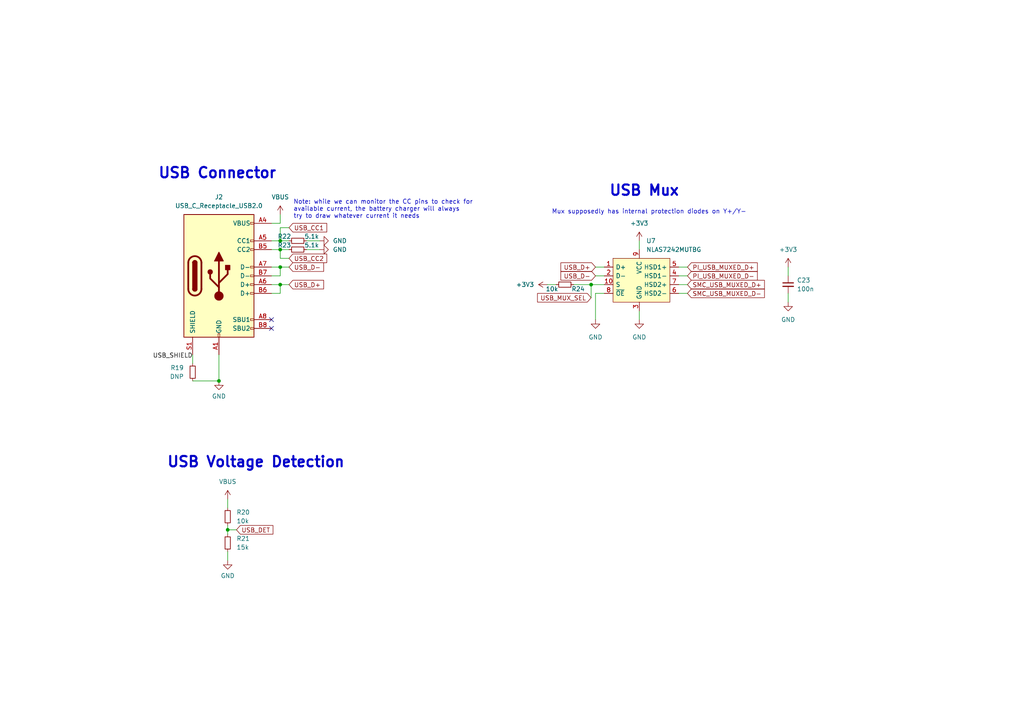
<source format=kicad_sch>
(kicad_sch (version 20211123) (generator eeschema)
  (paper "A4")
  (title_block (title "piPod IO/SMC Board") (date "${DATE}") (rev "%{TAG} (${REVISION})"))
  (lib_symbols
    (symbol "Connector:USB_C_Receptacle_USB2.0" (pin_names (offset 1.016))
      (property "Reference" "J7" (at 0 22.86 0))
      (property "Value" "USB_C_Receptacle_USB2.0" (at 0 20.32 0))
      (symbol "USB_C_Receptacle_USB2.0_0_0"
        (rectangle (start -0.254 -17.78) (end 0.254 -16.764))
        (rectangle (start 10.16 -14.986) (end 9.144 -15.494))
        (rectangle (start 10.16 -12.446) (end 9.144 -12.954))
        (rectangle (start 10.16 -4.826) (end 9.144 -5.334))
        (rectangle (start 10.16 -2.286) (end 9.144 -2.794))
        (rectangle (start 10.16 0.254) (end 9.144 -0.254))
        (rectangle (start 10.16 2.794) (end 9.144 2.286))
        (rectangle (start 10.16 7.874) (end 9.144 7.366))
        (rectangle (start 10.16 10.414) (end 9.144 9.906))
        (rectangle (start 10.16 15.494) (end 9.144 14.986))
      )
      (symbol "USB_C_Receptacle_USB2.0_0_1"
        (rectangle (start -10.16 17.78) (end 10.16 -17.78) (stroke (width 0.254)) (fill (type background)))
        (arc (start -8.89 -3.81) (mid -6.985 -5.715) (end -5.08 -3.81) (stroke (width 0.508)))
        (arc (start -7.62 -3.81) (mid -6.985 -4.445) (end -6.35 -3.81) (stroke (width 0.254)))
        (arc (start -7.62 -3.81) (mid -6.985 -4.445) (end -6.35 -3.81) (stroke (width 0.254)) (fill (type outline)))
        (rectangle (start -7.62 -3.81) (end -6.35 3.81) (stroke (width 0.254)) (fill (type outline)))
        (arc (start -6.35 3.81) (mid -6.985 4.445) (end -7.62 3.81) (stroke (width 0.254)))
        (arc (start -6.35 3.81) (mid -6.985 4.445) (end -7.62 3.81) (stroke (width 0.254)) (fill (type outline)))
        (arc (start -5.08 3.81) (mid -6.985 5.715) (end -8.89 3.81) (stroke (width 0.508)))
        (circle (center -2.54 1.143) (radius 0.635) (stroke (width 0.254)) (fill (type outline)))
        (circle (center 0 -5.842) (radius 1.27) (fill (type outline)))
        (polyline (pts (xy -8.89 -3.81) (xy -8.89 3.81)) (stroke (width 0.508)))
        (polyline (pts (xy -5.08 3.81) (xy -5.08 -3.81)) (stroke (width 0.508)))
        (polyline (pts (xy 0 -5.842) (xy 0 4.318)) (stroke (width 0.508)))
        (polyline (pts (xy 0 -3.302) (xy -2.54 -0.762) (xy -2.54 0.508)) (stroke (width 0.508)))
        (polyline (pts (xy 0 -2.032) (xy 2.54 0.508) (xy 2.54 1.778)) (stroke (width 0.508)))
        (polyline (pts (xy -1.27 4.318) (xy 0 6.858) (xy 1.27 4.318) (xy -1.27 4.318)) (stroke (width 0.254)) (fill (type outline)))
        (rectangle (start 1.905 1.778) (end 3.175 3.048) (stroke (width 0.254)) (fill (type outline)))
      )
      (symbol "USB_C_Receptacle_USB2.0_1_1"
        (pin passive line (at 0 -22.86 90) (length 5.08) (name "GND") (number "A1"))
        (pin passive line (at 0 -22.86 90) (length 5.08) hide (name "GND") (number "A12"))
        (pin passive line (at 15.24 15.24 180) (length 5.08) (name "VBUS") (number "A4"))
        (pin bidirectional line (at 15.24 10.16 180) (length 5.08) (name "CC1") (number "A5"))
        (pin bidirectional line (at 15.24 -2.54 180) (length 5.08) (name "D+") (number "A6"))
        (pin bidirectional line (at 15.24 2.54 180) (length 5.08) (name "D-") (number "A7"))
        (pin bidirectional line (at 15.24 -12.7 180) (length 5.08) (name "SBU1") (number "A8"))
        (pin power_out line (at 15.24 15.24 180) (length 5.08) hide (name "VBUS") (number "A9"))
        (pin passive line (at 0 -22.86 90) (length 5.08) hide (name "GND") (number "B1"))
        (pin passive line (at 0 -22.86 90) (length 5.08) hide (name "GND") (number "B12"))
        (pin passive line (at 15.24 15.24 180) (length 5.08) hide (name "VBUS") (number "B4"))
        (pin bidirectional line (at 15.24 7.62 180) (length 5.08) (name "CC2") (number "B5"))
        (pin bidirectional line (at 15.24 -5.08 180) (length 5.08) (name "D+") (number "B6"))
        (pin bidirectional line (at 15.24 0 180) (length 5.08) (name "D-") (number "B7"))
        (pin bidirectional line (at 15.24 -15.24 180) (length 5.08) (name "SBU2") (number "B8"))
        (pin passive line (at 15.24 15.24 180) (length 5.08) hide (name "VBUS") (number "B9"))
        (pin passive line (at -7.62 -22.86 90) (length 5.08) (name "SHIELD") (number "S1"))
      )
    )
    (symbol "Device:C_Small" (pin_numbers hide) (pin_names (offset 0.254) hide)
      (property "Reference" "C" (at 0.254 1.778 0))
      (property "Value" "C_Small" (at 0.254 -2.032 0))
      (symbol "C_Small_0_1"
        (polyline (pts (xy -1.524 -0.508) (xy 1.524 -0.508)) (stroke (width 0.3302)))
        (polyline (pts (xy -1.524 0.508) (xy 1.524 0.508)) (stroke (width 0.3048)))
      )
      (symbol "C_Small_1_1"
        (pin passive line (at 0 2.54 270) (length 2.032) (name "~") (number "1"))
        (pin passive line (at 0 -2.54 90) (length 2.032) (name "~") (number "2"))
      )
    )
    (symbol "Device:R_Small" (pin_numbers hide) (pin_names (offset 0.254) hide)
      (property "Reference" "R" (at 0.762 0.508 0))
      (property "Value" "R_Small" (at 0.762 -1.016 0))
      (symbol "R_Small_0_1"
        (rectangle (start -0.762 1.778) (end 0.762 -1.778) (stroke (width 0.2032)))
      )
      (symbol "R_Small_1_1"
        (pin passive line (at 0 2.54 270) (length 0.762) (name "~") (number "1"))
        (pin passive line (at 0 -2.54 90) (length 0.762) (name "~") (number "2"))
      )
    )
    (symbol "gigahawk:NLAS7242MUTBG" (pin_names (offset 0.762))
      (property "Reference" "U" (at 5.08 1.27 0))
      (property "Value" "NLAS7242MUTBG" (at 1.27 -13.97 0))
      (symbol "NLAS7242MUTBG_0_0"
        (pin bidirectional line (at -10.16 -2.54 0) (length 2.54) (name "D+") (number "1"))
        (pin input line (at -10.16 -7.62 0) (length 2.54) (name "S") (number "10"))
        (pin bidirectional line (at -10.16 -5.08 0) (length 2.54) (name "D-") (number "2"))
        (pin power_in line (at 0 -15.24 90) (length 2.54) (name "GND") (number "3"))
        (pin bidirectional line (at 11.43 -5.08 180) (length 2.54) (name "HSD1-") (number "4"))
        (pin bidirectional line (at 11.43 -2.54 180) (length 2.54) (name "HSD1+") (number "5"))
        (pin bidirectional line (at 11.43 -10.16 180) (length 2.54) (name "HSD2-") (number "6"))
        (pin bidirectional line (at 11.43 -7.62 180) (length 2.54) (name "HSD2+") (number "7"))
        (pin input line (at -10.16 -10.16 0) (length 2.54) (name "~{OE}") (number "8"))
        (pin power_in line (at 0 2.54 270) (length 2.54) (name "VCC") (number "9"))
      )
      (symbol "NLAS7242MUTBG_0_1"
        (rectangle (start -7.62 0) (end 8.89 -12.7) (fill (type background)))
      )
    )
    (symbol "power:+3.3V" (power) (pin_names (offset 0))
      (property "Value" "+3.3V" (at 0 3.556 0))
      (symbol "+3.3V_0_1"
        (polyline (pts (xy -0.762 1.27) (xy 0 2.54)))
        (polyline (pts (xy 0 0) (xy 0 2.54)))
        (polyline (pts (xy 0 2.54) (xy 0.762 1.27)))
      )
      (symbol "+3.3V_1_1"
        (pin power_in line (at 0 0 90) (length 0) hide (name "+3V3") (number "1"))
      )
    )
    (symbol "power:GND" (power) (pin_names (offset 0))
      (property "Value" "GND" (at 0 -3.81 0))
      (symbol "GND_0_1"
        (polyline (pts (xy 0 0) (xy 0 -1.27) (xy 1.27 -1.27) (xy 0 -2.54) (xy -1.27 -1.27) (xy 0 -1.27)))
      )
      (symbol "GND_1_1"
        (pin power_in line (at 0 0 270) (length 0) hide (name "GND") (number "1"))
      )
    )
    (symbol "power:VBUS" (power) (pin_names (offset 0))
      (property "Value" "VBUS" (at 0 3.81 0))
      (symbol "VBUS_0_1"
        (polyline (pts (xy -0.762 1.27) (xy 0 2.54)))
        (polyline (pts (xy 0 0) (xy 0 2.54)))
        (polyline (pts (xy 0 2.54) (xy 0.762 1.27)))
      )
      (symbol "VBUS_1_1"
        (pin power_in line (at 0 0 90) (length 0) hide (name "VBUS") (number "1"))
      )
    )
  )
  (junction (at 81.28 82.55))
  (junction (at 171.45 82.55))
  (junction (at 81.28 69.85))
  (junction (at 81.28 77.47))
  (junction (at 81.28 72.39))
  (junction (at 66.04 153.67))
  (junction (at 63.5 110.49))
  (no_connect (at 78.74 95.25))
  (no_connect (at 78.74 92.71))
  (wire (pts (xy 171.45 82.55) (xy 171.45 86.36)))
  (wire (pts (xy 81.28 82.55) (xy 78.74 82.55)))
  (wire (pts (xy 88.9 69.85) (xy 92.71 69.85)))
  (wire (pts (xy 199.39 80.01) (xy 196.85 80.01)))
  (wire (pts (xy 81.28 66.04) (xy 81.28 69.85)))
  (wire (pts (xy 81.28 80.01) (xy 81.28 77.47)))
  (wire (pts (xy 66.04 160.02) (xy 66.04 162.56)))
  (wire (pts (xy 172.72 77.47) (xy 175.26 77.47)))
  (wire (pts (xy 172.72 85.09) (xy 172.72 92.71)))
  (wire (pts (xy 66.04 153.67) (xy 68.58 153.67)))
  (wire (pts (xy 63.5 102.87) (xy 63.5 110.49)))
  (wire (pts (xy 172.72 80.01) (xy 175.26 80.01)))
  (wire (pts (xy 78.74 69.85) (xy 81.28 69.85)))
  (wire (pts (xy 185.42 69.85) (xy 185.42 72.39)))
  (wire (pts (xy 66.04 144.78) (xy 66.04 147.32)))
  (wire (pts (xy 81.28 82.55) (xy 83.82 82.55)))
  (wire (pts (xy 81.28 72.39) (xy 81.28 74.93)))
  (wire (pts (xy 81.28 72.39) (xy 83.82 72.39)))
  (wire (pts (xy 78.74 72.39) (xy 81.28 72.39)))
  (wire (pts (xy 166.37 82.55) (xy 171.45 82.55)))
  (wire (pts (xy 55.88 110.49) (xy 63.5 110.49)))
  (wire (pts (xy 171.45 82.55) (xy 175.26 82.55)))
  (wire (pts (xy 228.6 85.09) (xy 228.6 87.63)))
  (wire (pts (xy 55.88 102.87) (xy 55.88 105.41)))
  (wire (pts (xy 81.28 74.93) (xy 83.82 74.93)))
  (wire (pts (xy 196.85 85.09) (xy 199.39 85.09)))
  (wire (pts (xy 81.28 69.85) (xy 83.82 69.85)))
  (wire (pts (xy 81.28 64.77) (xy 78.74 64.77)))
  (wire (pts (xy 196.85 82.55) (xy 199.39 82.55)))
  (wire (pts (xy 199.39 77.47) (xy 196.85 77.47)))
  (wire (pts (xy 83.82 66.04) (xy 81.28 66.04)))
  (wire (pts (xy 78.74 80.01) (xy 81.28 80.01)))
  (wire (pts (xy 158.75 82.55) (xy 161.29 82.55)))
  (wire (pts (xy 66.04 152.4) (xy 66.04 153.67)))
  (wire (pts (xy 81.28 85.09) (xy 81.28 82.55)))
  (wire (pts (xy 81.28 62.23) (xy 81.28 64.77)))
  (wire (pts (xy 175.26 85.09) (xy 172.72 85.09)))
  (wire (pts (xy 185.42 90.17) (xy 185.42 92.71)))
  (wire (pts (xy 78.74 85.09) (xy 81.28 85.09)))
  (wire (pts (xy 228.6 77.47) (xy 228.6 80.01)))
  (wire (pts (xy 81.28 77.47) (xy 83.82 77.47)))
  (wire (pts (xy 88.9 72.39) (xy 92.71 72.39)))
  (wire (pts (xy 81.28 77.47) (xy 78.74 77.47)))
  (wire (pts (xy 66.04 153.67) (xy 66.04 154.94)))
  (text "USB Mux" (at 176.53 57.15 0) (effects (font (size 3 3) (thickness 0.6) bold) (justify left bottom)))
  (text "USB Voltage Detection" (at 48.26 135.89 0) (effects (font (size 3 3) (thickness 0.6) bold) (justify left bottom)))
  (text "Note: while we can monitor the CC pins to check for \navailable current, the battery charger will always \ntry to draw whatever current it needs" (at 85.09 63.5 0) (effects (font (size 1.27 1.27)) (justify left bottom)))
  (text "USB Connector" (at 45.72 52.07 0) (effects (font (size 3 3) (thickness 0.6) bold) (justify left bottom)))
  (text "Mux supposedly has internal protection diodes on Y+/Y-" (at 160.02 62.23 0) (effects (font (size 1.27 1.27)) (justify left bottom)))
  (label "USB_SHIELD" (at 55.88 104.14 180))
  (global_label "SMC_USB_MUXED_D+" (shape input) (at 199.39 82.55 0) (property "Intersheet References" "${INTERSHEET_REFS}" (effects hide)))
  (global_label "PI_USB_MUXED_D+" (shape input) (at 199.39 77.47 0) (property "Intersheet References" "${INTERSHEET_REFS}" (effects hide)))
  (global_label "USB_MUX_SEL" (shape input) (at 171.45 86.36 180) (property "Intersheet References" "${INTERSHEET_REFS}" (effects hide)))
  (global_label "USB_D+" (shape input) (at 83.82 82.55 0) (property "Intersheet References" "${INTERSHEET_REFS}" (effects hide)))
  (global_label "USB_D+" (shape input) (at 172.72 77.47 180) (property "Intersheet References" "${INTERSHEET_REFS}" (effects hide)))
  (global_label "SMC_USB_MUXED_D-" (shape input) (at 199.39 85.09 0) (property "Intersheet References" "${INTERSHEET_REFS}" (effects hide)))
  (global_label "USB_CC1" (shape input) (at 83.82 66.04 0) (property "Intersheet References" "${INTERSHEET_REFS}" (effects hide)))
  (global_label "PI_USB_MUXED_D-" (shape input) (at 199.39 80.01 0) (property "Intersheet References" "${INTERSHEET_REFS}" (effects hide)))
  (global_label "USB_DET" (shape input) (at 68.58 153.67 0) (property "Intersheet References" "${INTERSHEET_REFS}" (effects hide)))
  (global_label "USB_D-" (shape input) (at 172.72 80.01 180) (property "Intersheet References" "${INTERSHEET_REFS}" (effects hide)))
  (global_label "USB_D-" (shape input) (at 83.82 77.47 0) (property "Intersheet References" "${INTERSHEET_REFS}" (effects hide)))
  (global_label "USB_CC2" (shape input) (at 83.82 74.93 0) (property "Intersheet References" "${INTERSHEET_REFS}" (effects hide)))
  (symbol (lib_id "power:+3.3V") (at 228.6 77.47 0) (unit 1)
    (property "Reference" "#PWR062" (effects hide))
    (property "Value" "+3.3V" (at 228.6 72.39 0))
  )
  (symbol (lib_id "power:GND") (at 66.04 162.56 0) (unit 1)
    (property "Reference" "#PWR054" (effects hide))
    (property "Value" "GND" (at 66.04 167.005 0))
  )
  (symbol (lib_id "Device:R_Small") (at 66.04 157.48 0) (unit 1)
    (property "Reference" "R21" (at 68.58 156.2099 0) (effects (justify left)))
    (property "Value" "15k" (at 68.58 158.7499 0) (effects (justify left)))
    (property "Footprint" "Resistor_SMD:R_0402_1005Metric" (effects hide))
  )
  (symbol (lib_id "Device:R_Small") (at 163.83 82.55 270) (unit 1)
    (property "Reference" "R24" (at 165.735 83.82 90) (effects (justify left)))
    (property "Value" "10k" (at 161.925 83.82 90) (effects (justify right)))
    (property "Footprint" "Resistor_SMD:R_0402_1005Metric" (effects hide))
  )
  (symbol (lib_id "Device:R_Small") (at 66.04 149.86 0) (unit 1)
    (property "Reference" "R20" (at 68.58 148.5899 0) (effects (justify left)))
    (property "Value" "10k" (at 68.58 151.1299 0) (effects (justify left)))
    (property "Footprint" "Resistor_SMD:R_0402_1005Metric" (effects hide))
  )
  (symbol (lib_id "power:VBUS") (at 66.04 144.78 0) (unit 1)
    (property "Reference" "#PWR053" (effects hide))
    (property "Value" "VBUS" (at 66.04 139.7 0))
  )
  (symbol (lib_id "Device:R_Small") (at 86.36 69.85 90) (unit 1)
    (property "Reference" "R22" (at 84.455 68.58 90) (effects (justify left)))
    (property "Value" "5.1k" (at 88.265 68.58 90) (effects (justify right)))
    (property "Footprint" "Resistor_SMD:R_0402_1005Metric" (effects hide))
  )
  (symbol (lib_id "gigahawk:NLAS7242MUTBG") (at 185.42 74.93 0) (unit 1)
    (property "Reference" "U7" (at 187.4394 69.85 0) (effects (justify left)))
    (property "Value" "NLAS7242MUTBG" (at 187.4394 72.39 0) (effects (justify left)))
    (property "Footprint" "Package_DFN_QFN:UQFN-10_1.4x1.8mm_P0.4mm" (effects hide))
    (property "Datasheet" "https://www.onsemi.com/pdf/datasheet/nlas7242-d.pdf" (effects hide))
    (property "Description" "USB Switch IC 1 Channel 10-UQFN (1.4x1.8)" (effects hide))
    (property "Manufacturer" "onsemi" (effects hide))
    (property "Manufacturer Part" "NLAS7242MUTBG" (effects hide))
    (property "Mouser Part" "863-NLAS7242MUTBG" (effects hide))
    (property "Mouser Price/Stock" "https://www.mouser.ca/ProductDetail/onsemi/NLAS7242MUTBG?qs=atIEnC%2F2K4XnxzBJM3JMMA%3D%3D" (effects hide))
    (property "Digikey Part" "NLAS7242MUTBGOSTR-ND" (effects hide))
    (property "Digikey Price/Stock" "https://www.digikey.ca/en/products/detail/onsemi/NLAS7242MUTBG/1973719" (effects hide))
    (property "LCSC Part" "C232414" (effects hide))
    (property "JLC Part" "Extended Part" (effects hide))
  )
  (symbol (lib_id "Device:C_Small") (at 228.6 82.55 0) (unit 1)
    (property "Reference" "C23" (at 231.14 81.2862 0) (effects (justify left)))
    (property "Value" "100n" (at 231.14 83.8262 0) (effects (justify left)))
    (property "Footprint" "Capacitor_SMD:C_0402_1005Metric" (effects hide))
  )
  (symbol (lib_id "power:VBUS") (at 81.28 62.23 0) (unit 1)
    (property "Reference" "#PWR055" (effects hide))
    (property "Value" "VBUS" (at 81.28 57.15 0))
  )
  (symbol (lib_id "power:GND") (at 92.71 69.85 90) (unit 1)
    (property "Reference" "#PWR056" (effects hide))
    (property "Value" "GND" (at 96.52 69.8499 90) (effects (justify right)))
  )
  (symbol (lib_id "power:GND") (at 92.71 72.39 90) (unit 1)
    (property "Reference" "#PWR057" (effects hide))
    (property "Value" "GND" (at 96.52 72.3899 90) (effects (justify right)))
  )
  (symbol (lib_id "power:GND") (at 228.6 87.63 0) (unit 1)
    (property "Reference" "#PWR063" (effects hide))
    (property "Value" "GND" (at 228.6 92.71 0))
  )
  (symbol (lib_id "power:GND") (at 172.72 92.71 0) (unit 1)
    (property "Reference" "#PWR059" (effects hide))
    (property "Value" "GND" (at 172.72 97.79 0))
  )
  (symbol (lib_id "Device:R_Small") (at 86.36 72.39 90) (unit 1)
    (property "Reference" "R23" (at 84.455 71.12 90) (effects (justify left)))
    (property "Value" "5.1k" (at 88.265 71.12 90) (effects (justify right)))
    (property "Footprint" "Resistor_SMD:R_0402_1005Metric" (effects hide))
  )
  (symbol (lib_id "power:GND") (at 185.42 92.71 0) (unit 1)
    (property "Reference" "#PWR061" (effects hide))
    (property "Value" "GND" (at 185.42 97.79 0))
  )
  (symbol (lib_id "power:+3.3V") (at 158.75 82.55 90) (unit 1)
    (property "Reference" "#PWR0135" (effects hide))
    (property "Value" "+3.3V" (at 154.94 82.5499 90) (effects (justify left)))
  )
  (symbol (lib_id "power:GND") (at 63.5 110.49 0) (unit 1)
    (property "Reference" "#PWR052" (effects hide))
    (property "Value" "GND" (at 63.5 114.935 0))
  )
  (symbol (lib_id "Connector:USB_C_Receptacle_USB2.0") (at 63.5 80.01 0) (unit 1)
    (property "Reference" "J2" (at 63.5 57.15 0))
    (property "Value" "USB_C_Receptacle_USB2.0" (at 63.5 59.69 0))
    (property "Footprint" "Gigahawk:USB_C_Receptacle_GCT_USB4085" (effects hide))
    (property "Datasheet" "https://www.usb.org/sites/default/files/documents/usb_type-c.zip" (effects hide))
    (property "Digikey Part" "2073-USB4085-GF-ATR-ND" (effects hide))
    (property "Digikey Price/Stock" "https://www.digikey.com/en/products/detail/gct/USB4085-GF-A/9859662" (effects hide))
    (property "Manufacturer" "GCT" (effects hide))
    (property "Manufacturer Part" "USB4085-GF-A" (effects hide))
    (property "Description" "USB-C (USB TYPE-C) USB 2.0 Receptacle Connector 24 (16+8 Dummy) Position Through Hole, Right Angle" (effects hide))
    (property "Mouser Part" "640-USB4085-GF-A" (effects hide))
    (property "Mouser Price/Stock" "https://www.mouser.ca/ProductDetail/GCT/USB4085-GF-A?qs=KUoIvG%2F9Ilba1bQOahfWjw%3D%3D" (effects hide))
  )
  (symbol (lib_id "power:+3.3V") (at 185.42 69.85 0) (unit 1)
    (property "Reference" "#PWR060" (effects hide))
    (property "Value" "+3.3V" (at 185.42 64.77 0))
  )
  (symbol (lib_id "Device:R_Small") (at 55.88 107.95 0) (mirror x) (unit 1)
    (property "Reference" "R19" (at 53.34 106.6799 0) (effects (justify right)))
    (property "Value" "DNP" (at 53.34 109.2199 0) (effects (justify right)))
    (property "Footprint" "Resistor_SMD:R_0402_1005Metric" (effects hide))
  )
)
</source>
